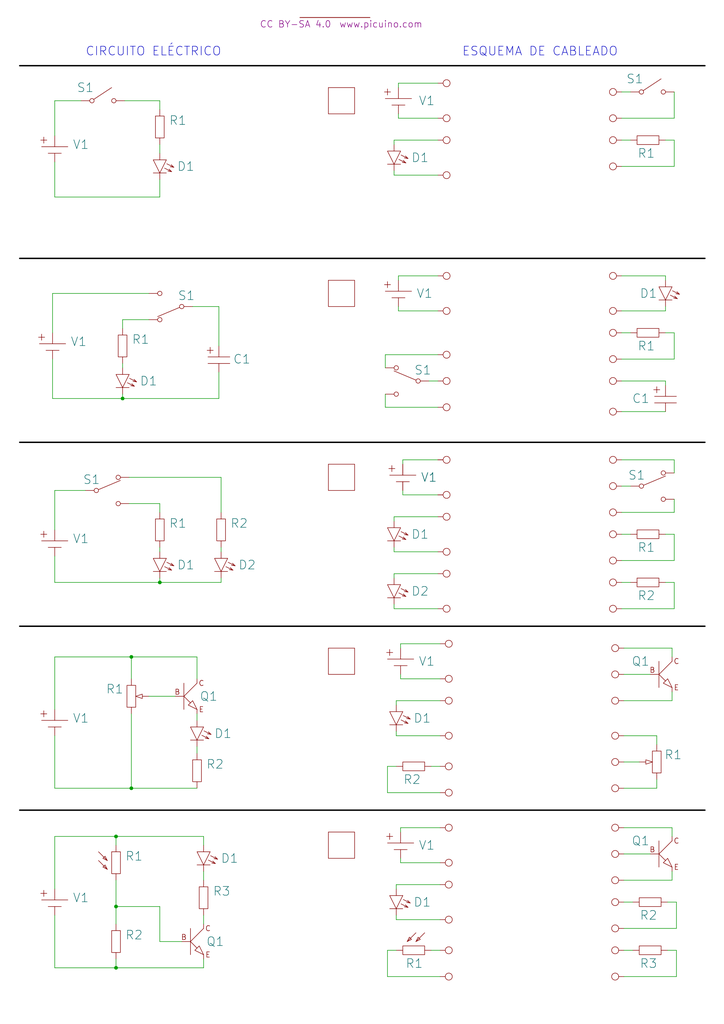
<source format=kicad_sch>
(kicad_sch (version 20211123) (generator eeschema)
  (paper "A4" portrait)
  (title_block (title "Cableado eléctrico") (date "19/10/2018") (company "www.picuino.com") (comment 1 "Copyright (c) 2018 by Carlos Pardo") (comment 2 "License CC BY-SA 4.0"))
  (lib_symbols
    (symbol "electric-cableado-rescue:CopyRight-simbolos" (pin_names (offset 1.016))
      (property "License" "CC BY-SA 4.0" (at -1.27 -1.27 0))
      (property "Web" "www.picuino.com" (at 0 -1.27 0))
      (symbol "CopyRight-simbolos_0_1"
        (polyline (pts (xy -10.16 0) (xy 10.16 0)) (stroke (width 0.2032)))
      )
    )
    (symbol "electric-cableado-rescue:LDR-simbolos" (pin_names (offset 1.016))
      (property "Reference" "R" (at 1.905 -5.08 0))
      (symbol "LDR-simbolos_0_1"
        (rectangle (start -1.27 -1.905) (end 1.27 -8.255))
        (polyline (pts (xy -2.54 -6.985) (xy -5.08 -4.445)))
        (polyline (pts (xy -2.54 -4.445) (xy -5.08 -1.905)))
        (polyline (pts (xy -2.54 -6.985) (xy -3.175 -5.715) (xy -3.81 -6.35) (xy -2.54 -6.985)))
        (polyline (pts (xy -2.54 -4.445) (xy -3.175 -3.175) (xy -3.81 -3.81) (xy -2.54 -4.445)))
      )
      (symbol "LDR-simbolos_1_1"
        (pin input line (at 0 -10.16 90) (length 1.905) (name "") (number ""))
        (pin input line (at 0 0 270) (length 1.905) (name "") (number ""))
      )
    )
    (symbol "electric-cableado-rescue:NPN-simbolos" (pin_names (offset 1.016))
      (property "Reference" "Q" (at 6.985 -5.08 0))
      (symbol "NPN-simbolos_0_0"
        (polyline (pts (xy 4.445 -6.985) (xy 2.54 -5.08)))
        (polyline (pts (xy 6.35 -8.89) (xy 5.08 -6.35) (xy 3.81 -7.62) (xy 6.35 -8.89)))
        (text "B" (at 0.635 -3.81 0) (effects (font (size 1.524 1.524))))
        (text "C" (at 7.62 -1.27 0) (effects (font (size 1.524 1.524))))
        (text "E" (at 7.62 -8.89 0) (effects (font (size 1.524 1.524))))
      )
      (symbol "NPN-simbolos_0_1"
        (polyline (pts (xy 2.54 -5.08) (xy 6.35 -1.27)))
        (polyline (pts (xy 2.54 -1.27) (xy 2.54 -8.89)))
      )
      (symbol "NPN-simbolos_1_1"
        (pin input line (at 0 -5.08 0) (length 2.54) (name "") (number ""))
        (pin input line (at 6.35 -10.16 90) (length 1.27) (name "") (number ""))
        (pin input line (at 6.35 0 270) (length 1.27) (name "") (number ""))
      )
    )
    (symbol "electric-cableado-rescue:Pila-simbolos" (pin_names (offset 1.016))
      (property "Reference" "V" (at 5.08 -4.445 0))
      (symbol "Pila-simbolos_0_1"
        (polyline (pts (xy -4.064 -1.27) (xy -2.286 -1.27)))
        (polyline (pts (xy -3.81 -3.175) (xy 3.81 -3.175)))
        (polyline (pts (xy -3.175 -0.381) (xy -3.175 -2.159)))
        (polyline (pts (xy -1.905 -5.08) (xy 1.905 -5.08)))
      )
      (symbol "Pila-simbolos_1_1"
        (pin input line (at 0 -7.62 90) (length 2.54) (name "") (number ""))
        (pin input line (at 0 0 270) (length 3.175) (name "") (number ""))
      )
    )
    (symbol "electric-cableado-rescue:condensador_pol-simbolos" (pin_names (offset 1.016))
      (property "Reference" "C" (at 3.81 -4.445 0))
      (symbol "condensador_pol-simbolos_0_1"
        (polyline (pts (xy -3.175 -3.175) (xy 3.175 -3.175)))
        (polyline (pts (xy -2.54 -0.381) (xy -2.54 -2.159)))
        (polyline (pts (xy -1.651 -1.27) (xy -3.429 -1.27)))
        (polyline (pts (xy 3.175 -5.08) (xy -3.175 -5.08)))
      )
      (symbol "condensador_pol-simbolos_1_1"
        (pin input line (at 0 -7.62 90) (length 2.54) (name "") (number ""))
        (pin input line (at 0 0 270) (length 3.175) (name "") (number ""))
      )
    )
    (symbol "electric-cableado-rescue:conector-simbolos" (pin_names (offset 1.016))
      (symbol "conector-simbolos_0_1"
        (circle (center 2.54 0) (radius 1.016))
      )
      (symbol "conector-simbolos_1_1"
        (pin input line (at 0 0 0) (length 1.524) (name "") (number ""))
      )
    )
    (symbol "electric-cableado-rescue:diodo_led-simbolos" (pin_names (offset 1.016))
      (property "Reference" "D" (at 5.08 -3.81 0))
      (symbol "diodo_led-simbolos_0_1"
        (polyline (pts (xy 1.397 -4.318) (xy 3.429 -5.334)))
        (polyline (pts (xy 1.905 -5.715) (xy -1.905 -5.715)))
        (polyline (pts (xy 2.032 -3.048) (xy 4.064 -4.064)))
        (polyline (pts (xy 3.429 -5.334) (xy 2.3622 -5.1816)))
        (polyline (pts (xy 3.429 -5.334) (xy 2.667 -4.572)))
        (polyline (pts (xy 4.064 -4.064) (xy 2.9972 -3.9116)))
        (polyline (pts (xy 4.064 -4.064) (xy 3.302 -3.302)))
        (polyline (pts (xy 1.905 -1.905) (xy -1.905 -1.905) (xy 0 -5.715) (xy 1.905 -1.905)))
      )
      (symbol "diodo_led-simbolos_1_1"
        (pin input line (at 0 -7.62 90) (length 1.905) (name "") (number ""))
        (pin input line (at 0 0 270) (length 1.905) (name "") (number ""))
      )
    )
    (symbol "electric-cableado-rescue:numero-simbolos" (pin_names (offset 1.016))
      (property "Value" "numero-simbolos" (at 0 0 0))
      (symbol "numero-simbolos_0_1"
        (rectangle (start -3.81 3.81) (end 3.81 -3.81))
      )
    )
    (symbol "electric-cableado-rescue:potenciometro-simbolos" (pin_names (offset 1.016))
      (property "Reference" "R" (at 1.905 -1.905 0))
      (symbol "potenciometro-simbolos_0_1"
        (rectangle (start -1.27 -1.905) (end 1.27 -8.255))
        (polyline (pts (xy 1.27 -5.08) (xy 3.175 -4.445) (xy 3.175 -5.715) (xy 1.27 -5.08)))
      )
      (symbol "potenciometro-simbolos_1_1"
        (pin input line (at 0 -10.16 90) (length 1.905) (name "") (number ""))
        (pin input line (at 0 0 270) (length 1.905) (name "") (number ""))
        (pin input line (at 5.08 -5.08 180) (length 1.905) (name "") (number ""))
      )
    )
    (symbol "electric-cableado-rescue:resistencia-simbolos" (pin_names (offset 1.016))
      (property "Reference" "R" (at 1.905 -5.08 0))
      (symbol "resistencia-simbolos_0_1"
        (rectangle (start -1.27 -1.905) (end 1.27 -8.255))
      )
      (symbol "resistencia-simbolos_1_1"
        (pin input line (at 0 -10.16 90) (length 1.905) (name "") (number ""))
        (pin input line (at 0 0 270) (length 1.905) (name "") (number ""))
      )
    )
    (symbol "electric-cableado-rescue:selector-simbolos" (pin_names (offset 1.016))
      (property "Reference" "S" (at 4.445 3.175 0))
      (symbol "selector-simbolos_0_0"
        (circle (center 3.175 0) (radius 0.635))
        (circle (center 9.525 -3.81) (radius 0.635))
        (circle (center 9.525 3.81) (radius 0.635))
      )
      (symbol "selector-simbolos_0_1"
        (polyline (pts (xy 10.16 2.921) (xy 3.81 0.254)))
      )
      (symbol "selector-simbolos_1_1"
        (pin input line (at 0 0 0) (length 2.54) (name "") (number ""))
        (pin input line (at 12.7 -3.81 180) (length 2.54) (name "") (number ""))
        (pin input line (at 12.7 3.81 180) (length 2.54) (name "") (number ""))
      )
    )
    (symbol "electric-cableado-rescue:switch-simbolos" (pin_names (offset 1.016))
      (property "Reference" "S" (at 4.445 3.175 0))
      (symbol "switch-simbolos_0_0"
        (polyline (pts (xy 8.89 3.81) (xy 3.683 0.381)))
        (circle (center 3.175 0) (radius 0.635))
        (circle (center 9.525 0) (radius 0.635))
      )
      (symbol "switch-simbolos_1_1"
        (pin input line (at 0 0 0) (length 2.54) (name "") (number ""))
        (pin input line (at 12.7 0 180) (length 2.54) (name "") (number ""))
      )
    )
  )
  (junction (at 35.56 115.57))
  (junction (at 38.1 228.6))
  (junction (at 38.1 190.5))
  (junction (at 46.355 168.91))
  (junction (at 33.655 280.67))
  (junction (at 33.655 262.89))
  (junction (at 33.655 242.57))
  (wire (pts (xy 125.095 275.59) (xy 127.635 275.59)))
  (wire (pts (xy 59.055 252.73) (xy 59.055 255.27)))
  (wire (pts (xy 116.84 143.51) (xy 116.84 142.24)))
  (wire (pts (xy 33.655 262.89) (xy 46.355 262.89)))
  (wire (pts (xy 114.3 40.64) (xy 127 40.64)))
  (polyline (pts (xy 5.715 128.27) (xy 204.47 128.27)) (stroke (width 0.4064) (type solid) (color 0 0 0 1)))
  (wire (pts (xy 114.3 50.8) (xy 114.3 49.53)))
  (wire (pts (xy 46.355 262.89) (xy 46.355 273.05)))
  (wire (pts (xy 114.935 213.36) (xy 114.935 212.09)))
  (wire (pts (xy 195.58 154.94) (xy 195.58 162.56)))
  (wire (pts (xy 180.975 261.62) (xy 183.515 261.62)))
  (wire (pts (xy 15.875 213.36) (xy 15.875 228.6)))
  (wire (pts (xy 64.135 168.91) (xy 64.135 167.64)))
  (wire (pts (xy 116.84 143.51) (xy 127 143.51)))
  (wire (pts (xy 63.5 88.9) (xy 55.88 88.9)))
  (wire (pts (xy 127 118.11) (xy 111.76 118.11)))
  (wire (pts (xy 15.875 280.67) (xy 33.655 280.67)))
  (wire (pts (xy 193.675 275.59) (xy 196.215 275.59)))
  (wire (pts (xy 193.04 111.76) (xy 193.04 110.49)))
  (wire (pts (xy 195.58 133.35) (xy 180.34 133.35)))
  (wire (pts (xy 63.5 115.57) (xy 63.5 107.95)))
  (wire (pts (xy 114.3 50.8) (xy 127 50.8)))
  (wire (pts (xy 112.395 275.59) (xy 112.395 283.21)))
  (wire (pts (xy 114.3 160.02) (xy 127 160.02)))
  (wire (pts (xy 33.655 262.89) (xy 33.655 267.97)))
  (wire (pts (xy 180.975 195.58) (xy 188.595 195.58)))
  (wire (pts (xy 15.875 190.5) (xy 15.875 205.74)))
  (wire (pts (xy 15.875 265.43) (xy 15.875 280.67)))
  (wire (pts (xy 114.3 160.02) (xy 114.3 158.75)))
  (wire (pts (xy 180.975 240.03) (xy 194.945 240.03)))
  (wire (pts (xy 190.5 213.36) (xy 190.5 215.9)))
  (wire (pts (xy 180.34 162.56) (xy 195.58 162.56)))
  (wire (pts (xy 15.875 242.57) (xy 33.655 242.57)))
  (wire (pts (xy 180.34 148.59) (xy 195.58 148.59)))
  (wire (pts (xy 24.765 142.24) (xy 15.875 142.24)))
  (wire (pts (xy 180.975 269.24) (xy 196.215 269.24)))
  (wire (pts (xy 59.055 242.57) (xy 59.055 245.11)))
  (wire (pts (xy 112.395 283.21) (xy 127.635 283.21)))
  (wire (pts (xy 180.975 283.21) (xy 196.215 283.21)))
  (wire (pts (xy 193.04 96.52) (xy 195.58 96.52)))
  (wire (pts (xy 114.3 175.26) (xy 114.3 176.53)))
  (wire (pts (xy 194.945 190.5) (xy 194.945 187.96)))
  (wire (pts (xy 15.24 115.57) (xy 35.56 115.57)))
  (wire (pts (xy 116.205 186.69) (xy 127.635 186.69)))
  (wire (pts (xy 115.57 80.01) (xy 127 80.01)))
  (wire (pts (xy 46.355 146.05) (xy 37.465 146.05)))
  (wire (pts (xy 63.5 88.9) (xy 63.5 100.33)))
  (wire (pts (xy 193.04 154.94) (xy 195.58 154.94)))
  (wire (pts (xy 180.975 213.36) (xy 190.5 213.36)))
  (wire (pts (xy 114.3 149.86) (xy 114.3 151.13)))
  (wire (pts (xy 193.04 40.64) (xy 195.58 40.64)))
  (wire (pts (xy 36.195 29.21) (xy 46.355 29.21)))
  (wire (pts (xy 112.395 229.87) (xy 127.635 229.87)))
  (wire (pts (xy 38.1 207.01) (xy 38.1 228.6)))
  (wire (pts (xy 33.655 242.57) (xy 59.055 242.57)))
  (wire (pts (xy 115.57 81.28) (xy 115.57 80.01)))
  (wire (pts (xy 193.04 90.17) (xy 193.04 88.9)))
  (wire (pts (xy 193.04 80.01) (xy 180.34 80.01)))
  (wire (pts (xy 193.675 261.62) (xy 196.215 261.62)))
  (wire (pts (xy 15.875 29.21) (xy 23.495 29.21)))
  (wire (pts (xy 180.975 203.2) (xy 194.945 203.2)))
  (wire (pts (xy 114.935 256.54) (xy 127.635 256.54)))
  (wire (pts (xy 185.42 220.98) (xy 180.975 220.98)))
  (wire (pts (xy 116.205 196.85) (xy 127.635 196.85)))
  (wire (pts (xy 180.975 228.6) (xy 190.5 228.6)))
  (wire (pts (xy 195.58 168.91) (xy 195.58 176.53)))
  (wire (pts (xy 194.945 252.73) (xy 194.945 255.27)))
  (wire (pts (xy 180.34 34.29) (xy 195.58 34.29)))
  (wire (pts (xy 52.705 273.05) (xy 46.355 273.05)))
  (wire (pts (xy 115.57 90.17) (xy 115.57 88.9)))
  (wire (pts (xy 180.34 154.94) (xy 182.88 154.94)))
  (wire (pts (xy 46.355 160.02) (xy 46.355 158.75)))
  (wire (pts (xy 190.5 226.06) (xy 190.5 228.6)))
  (wire (pts (xy 180.975 275.59) (xy 183.515 275.59)))
  (polyline (pts (xy 5.715 19.05) (xy 204.47 19.05)) (stroke (width 0.4064) (type solid) (color 0 0 0 1)))
  (wire (pts (xy 180.34 96.52) (xy 182.88 96.52)))
  (wire (pts (xy 35.56 92.71) (xy 35.56 95.25)))
  (wire (pts (xy 15.24 85.09) (xy 15.24 96.52)))
  (wire (pts (xy 59.055 278.13) (xy 59.055 280.67)))
  (wire (pts (xy 180.34 119.38) (xy 193.04 119.38)))
  (wire (pts (xy 114.3 176.53) (xy 127 176.53)))
  (wire (pts (xy 180.975 255.27) (xy 194.945 255.27)))
  (wire (pts (xy 115.57 25.4) (xy 115.57 24.13)))
  (wire (pts (xy 59.055 265.43) (xy 59.055 267.97)))
  (wire (pts (xy 35.56 106.68) (xy 35.56 105.41)))
  (wire (pts (xy 33.655 280.67) (xy 59.055 280.67)))
  (wire (pts (xy 116.205 240.03) (xy 127.635 240.03)))
  (wire (pts (xy 116.205 250.19) (xy 127.635 250.19)))
  (wire (pts (xy 43.18 92.71) (xy 35.56 92.71)))
  (wire (pts (xy 33.655 245.11) (xy 33.655 242.57)))
  (polyline (pts (xy 5.715 234.95) (xy 204.47 234.95)) (stroke (width 0.4064) (type solid) (color 0 0 0 1)))
  (wire (pts (xy 35.56 114.3) (xy 35.56 115.57)))
  (wire (pts (xy 15.875 46.99) (xy 15.875 57.15)))
  (wire (pts (xy 116.84 133.35) (xy 127 133.35)))
  (wire (pts (xy 180.34 168.91) (xy 182.88 168.91)))
  (wire (pts (xy 180.34 176.53) (xy 195.58 176.53)))
  (wire (pts (xy 116.84 134.62) (xy 116.84 133.35)))
  (wire (pts (xy 116.205 186.69) (xy 116.205 187.96)))
  (wire (pts (xy 115.57 34.29) (xy 115.57 33.02)))
  (wire (pts (xy 46.355 29.21) (xy 46.355 31.75)))
  (wire (pts (xy 114.935 204.47) (xy 114.935 203.2)))
  (wire (pts (xy 38.1 228.6) (xy 57.15 228.6)))
  (wire (pts (xy 195.58 40.64) (xy 195.58 48.26)))
  (wire (pts (xy 46.355 168.91) (xy 64.135 168.91)))
  (wire (pts (xy 124.46 110.49) (xy 127 110.49)))
  (wire (pts (xy 180.34 110.49) (xy 193.04 110.49)))
  (wire (pts (xy 114.3 149.86) (xy 127 149.86)))
  (wire (pts (xy 15.875 142.24) (xy 15.875 153.67)))
  (polyline (pts (xy 5.715 181.61) (xy 204.47 181.61)) (stroke (width 0.4064) (type solid) (color 0 0 0 1)))
  (wire (pts (xy 114.3 166.37) (xy 127 166.37)))
  (wire (pts (xy 114.935 266.7) (xy 114.935 265.43)))
  (wire (pts (xy 112.395 222.25) (xy 112.395 229.87)))
  (wire (pts (xy 180.975 187.96) (xy 194.945 187.96)))
  (wire (pts (xy 35.56 115.57) (xy 63.5 115.57)))
  (wire (pts (xy 193.04 168.91) (xy 195.58 168.91)))
  (wire (pts (xy 180.34 48.26) (xy 195.58 48.26)))
  (wire (pts (xy 46.355 146.05) (xy 46.355 148.59)))
  (wire (pts (xy 15.875 168.91) (xy 46.355 168.91)))
  (wire (pts (xy 38.1 196.85) (xy 38.1 190.5)))
  (wire (pts (xy 46.355 168.91) (xy 46.355 167.64)))
  (wire (pts (xy 33.655 278.13) (xy 33.655 280.67)))
  (wire (pts (xy 57.15 216.535) (xy 57.15 218.44)))
  (wire (pts (xy 114.935 203.2) (xy 127.635 203.2)))
  (wire (pts (xy 196.215 275.59) (xy 196.215 283.21)))
  (wire (pts (xy 43.18 85.09) (xy 15.24 85.09)))
  (wire (pts (xy 114.935 266.7) (xy 127.635 266.7)))
  (wire (pts (xy 57.15 190.5) (xy 57.15 196.85)))
  (wire (pts (xy 114.3 167.64) (xy 114.3 166.37)))
  (wire (pts (xy 111.76 106.68) (xy 111.76 102.87)))
  (wire (pts (xy 194.945 242.57) (xy 194.945 240.03)))
  (wire (pts (xy 193.04 80.01) (xy 193.04 81.28)))
  (wire (pts (xy 114.935 222.25) (xy 112.395 222.25)))
  (wire (pts (xy 15.875 161.29) (xy 15.875 168.91)))
  (wire (pts (xy 116.205 196.85) (xy 116.205 195.58)))
  (wire (pts (xy 125.095 222.25) (xy 127.635 222.25)))
  (wire (pts (xy 114.935 257.81) (xy 114.935 256.54)))
  (wire (pts (xy 114.935 275.59) (xy 112.395 275.59)))
  (wire (pts (xy 15.24 104.14) (xy 15.24 115.57)))
  (wire (pts (xy 38.1 190.5) (xy 15.875 190.5)))
  (wire (pts (xy 15.875 257.81) (xy 15.875 242.57)))
  (wire (pts (xy 15.875 29.21) (xy 15.875 39.37)))
  (wire (pts (xy 115.57 24.13) (xy 127 24.13)))
  (wire (pts (xy 195.58 26.67) (xy 195.58 34.29)))
  (wire (pts (xy 46.355 41.91) (xy 46.355 44.45)))
  (wire (pts (xy 116.205 240.03) (xy 116.205 241.3)))
  (wire (pts (xy 114.935 213.36) (xy 127.635 213.36)))
  (wire (pts (xy 46.355 57.15) (xy 15.875 57.15)))
  (wire (pts (xy 64.135 138.43) (xy 64.135 148.59)))
  (polyline (pts (xy 5.715 74.93) (xy 204.47 74.93)) (stroke (width 0.4064) (type solid) (color 0 0 0 1)))
  (wire (pts (xy 116.205 250.19) (xy 116.205 248.92)))
  (wire (pts (xy 182.88 140.97) (xy 180.34 140.97)))
  (wire (pts (xy 57.15 208.915) (xy 57.15 207.01)))
  (wire (pts (xy 193.04 90.17) (xy 180.34 90.17)))
  (wire (pts (xy 64.135 160.02) (xy 64.135 158.75)))
  (wire (pts (xy 37.465 138.43) (xy 64.135 138.43)))
  (wire (pts (xy 180.975 247.65) (xy 188.595 247.65)))
  (wire (pts (xy 194.945 200.66) (xy 194.945 203.2)))
  (wire (pts (xy 111.76 102.87) (xy 127 102.87)))
  (wire (pts (xy 50.8 201.93) (xy 43.18 201.93)))
  (wire (pts (xy 111.76 118.11) (xy 111.76 114.3)))
  (wire (pts (xy 195.58 137.16) (xy 195.58 133.35)))
  (wire (pts (xy 114.3 40.64) (xy 114.3 41.91)))
  (wire (pts (xy 33.655 255.27) (xy 33.655 262.89)))
  (wire (pts (xy 195.58 148.59) (xy 195.58 144.78)))
  (wire (pts (xy 180.34 104.14) (xy 195.58 104.14)))
  (wire (pts (xy 15.875 228.6) (xy 38.1 228.6)))
  (wire (pts (xy 182.88 26.67) (xy 180.34 26.67)))
  (wire (pts (xy 46.355 52.07) (xy 46.355 57.15)))
  (wire (pts (xy 196.215 261.62) (xy 196.215 269.24)))
  (wire (pts (xy 38.1 190.5) (xy 57.15 190.5)))
  (wire (pts (xy 180.34 40.64) (xy 182.88 40.64)))
  (wire (pts (xy 115.57 34.29) (xy 127 34.29)))
  (wire (pts (xy 195.58 96.52) (xy 195.58 104.14)))
  (wire (pts (xy 115.57 90.17) (xy 127 90.17)))
  (text "CIRCUITO ELÉCTRICO" (at 24.765 16.51 0) (effects (font (size 2.54 2.54)) (justify left bottom)))
  (text "ESQUEMA DE CABLEADO" (at 133.985 16.51 0) (effects (font (size 2.54 2.54)) (justify left bottom)))
  (symbol (lib_id "electric-cableado-rescue:switch-simbolos") (at 23.495 29.21 0) (unit 1)
    (property "Reference" "S1" (at 24.765 25.4 0) (effects (font (size 2.54 2.54))))
  )
  (symbol (lib_id "electric-cableado-rescue:switch-simbolos") (at 182.88 26.67 0) (unit 1)
    (property "Reference" "S1" (at 184.15 22.86 0) (effects (font (size 2.54 2.54))))
  )
  (symbol (lib_id "electric-cableado-rescue:resistencia-simbolos") (at 193.04 40.64 270) (unit 1)
    (property "Reference" "R1" (at 184.785 44.45 90) (effects (font (size 2.54 2.54)) (justify left)))
  )
  (symbol (lib_id "electric-cableado-rescue:Pila-simbolos") (at 115.57 25.4 0) (unit 1)
    (property "Reference" "V1" (at 121.285 29.21 0) (effects (font (size 2.54 2.54)) (justify left)))
  )
  (symbol (lib_id "electric-cableado-rescue:numero-simbolos") (at 99.06 29.21 0) (unit 1)
    (property "Reference" "N?" (effects hide))
  )
  (symbol (lib_id "electric-cableado-rescue:diodo_led-simbolos") (at 46.355 44.45 0) (unit 1)
    (property "Reference" "D1" (at 51.2064 48.26 0) (effects (font (size 2.54 2.54)) (justify left)))
  )
  (symbol (lib_id "electric-cableado-rescue:diodo_led-simbolos") (at 114.3 41.91 0) (unit 1)
    (property "Reference" "D1" (at 119.1514 45.72 0) (effects (font (size 2.54 2.54)) (justify left)))
  )
  (symbol (lib_id "electric-cableado-rescue:conector-simbolos") (at 127 24.13 0) (unit 1)
    (property "Reference" "o?" (effects hide))
  )
  (symbol (lib_id "electric-cableado-rescue:conector-simbolos") (at 127 34.29 0) (unit 1)
    (property "Reference" "o?" (effects hide))
  )
  (symbol (lib_id "electric-cableado-rescue:conector-simbolos") (at 127 40.64 0) (unit 1)
    (property "Reference" "o?" (effects hide))
  )
  (symbol (lib_id "electric-cableado-rescue:conector-simbolos") (at 127 50.8 0) (unit 1)
    (property "Reference" "o?" (effects hide))
  )
  (symbol (lib_id "electric-cableado-rescue:conector-simbolos") (at 180.34 26.67 180) (unit 1)
    (property "Reference" "o?" (effects hide))
  )
  (symbol (lib_id "electric-cableado-rescue:conector-simbolos") (at 180.34 34.29 180) (unit 1)
    (property "Reference" "o?" (effects hide))
  )
  (symbol (lib_id "electric-cableado-rescue:conector-simbolos") (at 180.34 40.64 180) (unit 1)
    (property "Reference" "o?" (effects hide))
  )
  (symbol (lib_id "electric-cableado-rescue:conector-simbolos") (at 180.34 48.26 180) (unit 1)
    (property "Reference" "o?" (effects hide))
  )
  (symbol (lib_id "electric-cableado-rescue:potenciometro-simbolos") (at 38.1 196.85 0) (unit 1)
    (property "Reference" "R1" (at 35.9918 199.8218 0) (effects (font (size 2.54 2.54)) (justify right)))
  )
  (symbol (lib_id "electric-cableado-rescue:NPN-simbolos") (at 50.8 196.85 0) (unit 1)
    (property "Reference" "Q1" (at 57.785 201.93 0) (effects (font (size 2.54 2.54)) (justify left)))
  )
  (symbol (lib_id "electric-cableado-rescue:resistencia-simbolos") (at 57.15 218.44 0) (unit 1)
    (property "Reference" "R2" (at 59.69 221.615 0) (effects (font (size 2.54 2.54)) (justify left)))
  )
  (symbol (lib_id "electric-cableado-rescue:diodo_led-simbolos") (at 57.15 208.915 0) (unit 1)
    (property "Reference" "D1" (at 62.0014 212.725 0) (effects (font (size 2.54 2.54)) (justify left)))
  )
  (symbol (lib_id "electric-cableado-rescue:Pila-simbolos") (at 15.875 205.74 0) (unit 1)
    (property "Reference" "V1" (at 20.955 208.28 0) (effects (font (size 2.54 2.54)) (justify left)))
  )
  (symbol (lib_id "electric-cableado-rescue:Pila-simbolos") (at 15.875 153.67 0) (unit 1)
    (property "Reference" "V1" (at 20.955 156.21 0) (effects (font (size 2.54 2.54)) (justify left)))
  )
  (symbol (lib_id "electric-cableado-rescue:Pila-simbolos") (at 15.24 96.52 0) (unit 1)
    (property "Reference" "V1" (at 20.32 99.06 0) (effects (font (size 2.54 2.54)) (justify left)))
  )
  (symbol (lib_id "electric-cableado-rescue:Pila-simbolos") (at 15.875 39.37 0) (unit 1)
    (property "Reference" "V1" (at 20.955 41.91 0) (effects (font (size 2.54 2.54)) (justify left)))
  )
  (symbol (lib_id "electric-cableado-rescue:NPN-simbolos") (at 188.595 190.5 0) (unit 1)
    (property "Reference" "Q1" (at 188.595 191.77 0) (effects (font (size 2.54 2.54)) (justify right)))
  )
  (symbol (lib_id "electric-cableado-rescue:Pila-simbolos") (at 116.205 187.96 0) (unit 1)
    (property "Reference" "V1" (at 121.285 191.77 0) (effects (font (size 2.54 2.54)) (justify left)))
  )
  (symbol (lib_id "electric-cableado-rescue:numero-simbolos") (at 99.06 191.77 0) (unit 1)
    (property "Reference" "N?" (effects hide))
  )
  (symbol (lib_id "electric-cableado-rescue:diodo_led-simbolos") (at 114.935 204.47 0) (unit 1)
    (property "Reference" "D1" (at 119.7864 208.28 0) (effects (font (size 2.54 2.54)) (justify left)))
  )
  (symbol (lib_id "electric-cableado-rescue:conector-simbolos") (at 127.635 186.69 0) (unit 1)
    (property "Reference" "o?" (effects hide))
  )
  (symbol (lib_id "electric-cableado-rescue:conector-simbolos") (at 127.635 196.85 0) (unit 1)
    (property "Reference" "o?" (effects hide))
  )
  (symbol (lib_id "electric-cableado-rescue:conector-simbolos") (at 127.635 203.2 0) (unit 1)
    (property "Reference" "o?" (effects hide))
  )
  (symbol (lib_id "electric-cableado-rescue:conector-simbolos") (at 127.635 213.36 0) (unit 1)
    (property "Reference" "o?" (effects hide))
  )
  (symbol (lib_id "electric-cableado-rescue:conector-simbolos") (at 127.635 222.25 0) (mirror x) (unit 1)
    (property "Reference" "o?" (effects hide))
  )
  (symbol (lib_id "electric-cableado-rescue:conector-simbolos") (at 127.635 229.87 0) (mirror x) (unit 1)
    (property "Reference" "o?" (effects hide))
  )
  (symbol (lib_id "electric-cableado-rescue:conector-simbolos") (at 180.975 187.96 180) (unit 1)
    (property "Reference" "o?" (effects hide))
  )
  (symbol (lib_id "electric-cableado-rescue:conector-simbolos") (at 180.975 195.58 180) (unit 1)
    (property "Reference" "o?" (effects hide))
  )
  (symbol (lib_id "electric-cableado-rescue:conector-simbolos") (at 180.975 203.2 180) (unit 1)
    (property "Reference" "o?" (effects hide))
  )
  (symbol (lib_id "electric-cableado-rescue:conector-simbolos") (at 180.975 213.36 180) (unit 1)
    (property "Reference" "o?" (effects hide))
  )
  (symbol (lib_id "electric-cableado-rescue:conector-simbolos") (at 180.975 220.98 180) (unit 1)
    (property "Reference" "o?" (effects hide))
  )
  (symbol (lib_id "electric-cableado-rescue:conector-simbolos") (at 180.975 228.6 180) (unit 1)
    (property "Reference" "o?" (effects hide))
  )
  (symbol (lib_id "electric-cableado-rescue:resistencia-simbolos") (at 125.095 222.25 270) (unit 1)
    (property "Reference" "R2" (at 116.84 226.06 90) (effects (font (size 2.54 2.54)) (justify left)))
  )
  (symbol (lib_id "electric-cableado-rescue:potenciometro-simbolos") (at 190.5 215.9 0) (mirror y) (unit 1)
    (property "Reference" "R1" (at 192.5828 218.8718 0) (effects (font (size 2.54 2.54)) (justify right)))
  )
  (symbol (lib_id "electric-cableado-rescue:CopyRight-simbolos") (at 97.155 5.08 0) (unit 1)
    (property "Reference" "CP?" (effects hide))
    (property "License" "CC BY-SA 4.0" (at 85.725 6.985 0) (effects (font (size 1.905 1.905))))
    (property "Web" "www.picuino.com" (at 110.49 6.985 0) (effects (font (size 1.905 1.905))))
  )
  (symbol (lib_id "electric-cableado-rescue:resistencia-simbolos") (at 193.04 168.91 270) (unit 1)
    (property "Reference" "R2" (at 184.785 172.72 90) (effects (font (size 2.54 2.54)) (justify left)))
  )
  (symbol (lib_id "electric-cableado-rescue:resistencia-simbolos") (at 193.04 154.94 270) (unit 1)
    (property "Reference" "R1" (at 184.785 158.75 90) (effects (font (size 2.54 2.54)) (justify left)))
  )
  (symbol (lib_id "electric-cableado-rescue:resistencia-simbolos") (at 59.055 255.27 0) (unit 1)
    (property "Reference" "R3" (at 61.595 258.445 0) (effects (font (size 2.54 2.54)) (justify left)))
  )
  (symbol (lib_id "electric-cableado-rescue:NPN-simbolos") (at 52.705 267.97 0) (unit 1)
    (property "Reference" "Q1" (at 59.69 273.05 0) (effects (font (size 2.54 2.54)) (justify left)))
  )
  (symbol (lib_id "electric-cableado-rescue:LDR-simbolos") (at 33.655 245.11 0) (unit 1)
    (property "Reference" "R1" (at 36.195 248.285 0) (effects (font (size 2.54 2.54)) (justify left)))
  )
  (symbol (lib_id "electric-cableado-rescue:resistencia-simbolos") (at 193.675 275.59 270) (unit 1)
    (property "Reference" "R3" (at 185.42 279.4 90) (effects (font (size 2.54 2.54)) (justify left)))
  )
  (symbol (lib_id "electric-cableado-rescue:NPN-simbolos") (at 188.595 242.57 0) (unit 1)
    (property "Reference" "Q1" (at 188.595 243.84 0) (effects (font (size 2.54 2.54)) (justify right)))
  )
  (symbol (lib_id "electric-cableado-rescue:resistencia-simbolos") (at 193.675 261.62 270) (unit 1)
    (property "Reference" "R2" (at 185.42 265.43 90) (effects (font (size 2.54 2.54)) (justify left)))
  )
  (symbol (lib_id "electric-cableado-rescue:LDR-simbolos") (at 125.095 275.59 270) (unit 1)
    (property "Reference" "R1" (at 117.475 279.4 90) (effects (font (size 2.54 2.54)) (justify left)))
  )
  (symbol (lib_id "electric-cableado-rescue:selector-simbolos") (at 24.765 142.24 0) (unit 1)
    (property "Reference" "S1" (at 29.21 139.065 0) (effects (font (size 2.54 2.54)) (justify right)))
  )
  (symbol (lib_id "electric-cableado-rescue:selector-simbolos") (at 182.88 140.97 0) (unit 1)
    (property "Reference" "S1" (at 187.325 137.795 0) (effects (font (size 2.54 2.54)) (justify right)))
  )
  (symbol (lib_id "electric-cableado-rescue:Pila-simbolos") (at 116.84 134.62 0) (unit 1)
    (property "Reference" "V1" (at 121.92 138.43 0) (effects (font (size 2.54 2.54)) (justify left)))
  )
  (symbol (lib_id "electric-cableado-rescue:Pila-simbolos") (at 116.205 241.3 0) (unit 1)
    (property "Reference" "V1" (at 121.285 245.11 0) (effects (font (size 2.54 2.54)) (justify left)))
  )
  (symbol (lib_id "electric-cableado-rescue:resistencia-simbolos") (at 33.655 267.97 0) (unit 1)
    (property "Reference" "R2" (at 36.195 271.145 0) (effects (font (size 2.54 2.54)) (justify left)))
  )
  (symbol (lib_id "electric-cableado-rescue:selector-simbolos") (at 55.88 88.9 180) (unit 1)
    (property "Reference" "S1" (at 51.435 85.725 0) (effects (font (size 2.54 2.54)) (justify right)))
  )
  (symbol (lib_id "electric-cableado-rescue:condensador_pol-simbolos") (at 63.5 100.33 0) (unit 1)
    (property "Reference" "C1" (at 67.4624 104.14 0) (effects (font (size 2.54 2.54)) (justify left)))
  )
  (symbol (lib_id "electric-cableado-rescue:resistencia-simbolos") (at 193.04 96.52 270) (unit 1)
    (property "Reference" "R1" (at 184.785 100.33 90) (effects (font (size 2.54 2.54)) (justify left)))
  )
  (symbol (lib_id "electric-cableado-rescue:selector-simbolos") (at 124.46 110.49 0) (mirror y) (unit 1)
    (property "Reference" "S1" (at 120.015 107.315 0) (effects (font (size 2.54 2.54)) (justify right)))
  )
  (symbol (lib_id "electric-cableado-rescue:Pila-simbolos") (at 115.57 81.28 0) (unit 1)
    (property "Reference" "V1" (at 120.65 85.09 0) (effects (font (size 2.54 2.54)) (justify left)))
  )
  (symbol (lib_id "electric-cableado-rescue:condensador_pol-simbolos") (at 193.04 111.76 0) (unit 1)
    (property "Reference" "C1" (at 188.595 115.57 0) (effects (font (size 2.54 2.54)) (justify right)))
  )
  (symbol (lib_id "electric-cableado-rescue:Pila-simbolos") (at 15.875 257.81 0) (unit 1)
    (property "Reference" "V1" (at 20.955 260.35 0) (effects (font (size 2.54 2.54)) (justify left)))
  )
  (symbol (lib_id "electric-cableado-rescue:numero-simbolos") (at 99.06 85.09 0) (unit 1)
    (property "Reference" "N?" (effects hide))
  )
  (symbol (lib_id "electric-cableado-rescue:numero-simbolos") (at 99.06 138.43 0) (unit 1)
    (property "Reference" "N?" (effects hide))
  )
  (symbol (lib_id "electric-cableado-rescue:numero-simbolos") (at 99.06 245.11 0) (unit 1)
    (property "Reference" "N?" (effects hide))
  )
  (symbol (lib_id "electric-cableado-rescue:diodo_led-simbolos") (at 35.56 106.68 0) (unit 1)
    (property "Reference" "D1" (at 40.4114 110.49 0) (effects (font (size 2.54 2.54)) (justify left)))
  )
  (symbol (lib_id "electric-cableado-rescue:diodo_led-simbolos") (at 193.04 81.28 0) (unit 1)
    (property "Reference" "D1" (at 185.42 85.09 0) (effects (font (size 2.54 2.54)) (justify left)))
  )
  (symbol (lib_id "electric-cableado-rescue:diodo_led-simbolos") (at 46.355 160.02 0) (unit 1)
    (property "Reference" "D1" (at 51.2064 163.83 0) (effects (font (size 2.54 2.54)) (justify left)))
  )
  (symbol (lib_id "electric-cableado-rescue:diodo_led-simbolos") (at 64.135 160.02 0) (unit 1)
    (property "Reference" "D2" (at 68.9864 163.83 0) (effects (font (size 2.54 2.54)) (justify left)))
  )
  (symbol (lib_id "electric-cableado-rescue:diodo_led-simbolos") (at 114.3 151.13 0) (unit 1)
    (property "Reference" "D1" (at 119.1514 154.94 0) (effects (font (size 2.54 2.54)) (justify left)))
  )
  (symbol (lib_id "electric-cableado-rescue:diodo_led-simbolos") (at 114.3 167.64 0) (unit 1)
    (property "Reference" "D2" (at 119.1514 171.45 0) (effects (font (size 2.54 2.54)) (justify left)))
  )
  (symbol (lib_id "electric-cableado-rescue:diodo_led-simbolos") (at 59.055 245.11 0) (unit 1)
    (property "Reference" "D1" (at 63.9064 248.92 0) (effects (font (size 2.54 2.54)) (justify left)))
  )
  (symbol (lib_id "electric-cableado-rescue:diodo_led-simbolos") (at 114.935 257.81 0) (unit 1)
    (property "Reference" "D1" (at 119.7864 261.62 0) (effects (font (size 2.54 2.54)) (justify left)))
  )
  (symbol (lib_id "electric-cableado-rescue:conector-simbolos") (at 127 80.01 0) (unit 1)
    (property "Reference" "o?" (effects hide))
  )
  (symbol (lib_id "electric-cableado-rescue:conector-simbolos") (at 127 90.17 0) (unit 1)
    (property "Reference" "o?" (effects hide))
  )
  (symbol (lib_id "electric-cableado-rescue:conector-simbolos") (at 127 102.87 0) (unit 1)
    (property "Reference" "o?" (effects hide))
  )
  (symbol (lib_id "electric-cableado-rescue:conector-simbolos") (at 127 110.49 0) (unit 1)
    (property "Reference" "o?" (effects hide))
  )
  (symbol (lib_id "electric-cableado-rescue:conector-simbolos") (at 127 118.11 0) (mirror x) (unit 1)
    (property "Reference" "o?" (effects hide))
  )
  (symbol (lib_id "electric-cableado-rescue:conector-simbolos") (at 180.34 80.01 180) (unit 1)
    (property "Reference" "o?" (effects hide))
  )
  (symbol (lib_id "electric-cableado-rescue:conector-simbolos") (at 180.34 90.17 180) (unit 1)
    (property "Reference" "o?" (effects hide))
  )
  (symbol (lib_id "electric-cableado-rescue:conector-simbolos") (at 180.34 96.52 180) (unit 1)
    (property "Reference" "o?" (effects hide))
  )
  (symbol (lib_id "electric-cableado-rescue:conector-simbolos") (at 180.34 104.14 180) (unit 1)
    (property "Reference" "o?" (effects hide))
  )
  (symbol (lib_id "electric-cableado-rescue:conector-simbolos") (at 180.34 110.49 180) (unit 1)
    (property "Reference" "o?" (effects hide))
  )
  (symbol (lib_id "electric-cableado-rescue:conector-simbolos") (at 180.34 119.38 180) (unit 1)
    (property "Reference" "o?" (effects hide))
  )
  (symbol (lib_id "electric-cableado-rescue:conector-simbolos") (at 127 133.35 0) (unit 1)
    (property "Reference" "o?" (effects hide))
  )
  (symbol (lib_id "electric-cableado-rescue:conector-simbolos") (at 127 143.51 0) (unit 1)
    (property "Reference" "o?" (effects hide))
  )
  (symbol (lib_id "electric-cableado-rescue:conector-simbolos") (at 127 149.86 0) (unit 1)
    (property "Reference" "o?" (effects hide))
  )
  (symbol (lib_id "electric-cableado-rescue:conector-simbolos") (at 127 160.02 0) (unit 1)
    (property "Reference" "o?" (effects hide))
  )
  (symbol (lib_id "electric-cableado-rescue:conector-simbolos") (at 127 166.37 0) (mirror x) (unit 1)
    (property "Reference" "o?" (effects hide))
  )
  (symbol (lib_id "electric-cableado-rescue:conector-simbolos") (at 127 176.53 0) (mirror x) (unit 1)
    (property "Reference" "o?" (effects hide))
  )
  (symbol (lib_id "electric-cableado-rescue:conector-simbolos") (at 180.34 133.35 180) (unit 1)
    (property "Reference" "o?" (effects hide))
  )
  (symbol (lib_id "electric-cableado-rescue:conector-simbolos") (at 180.34 140.97 180) (unit 1)
    (property "Reference" "o?" (effects hide))
  )
  (symbol (lib_id "electric-cableado-rescue:conector-simbolos") (at 180.34 148.59 180) (unit 1)
    (property "Reference" "o?" (effects hide))
  )
  (symbol (lib_id "electric-cableado-rescue:conector-simbolos") (at 180.34 154.94 180) (unit 1)
    (property "Reference" "o?" (effects hide))
  )
  (symbol (lib_id "electric-cableado-rescue:conector-simbolos") (at 180.34 162.56 180) (unit 1)
    (property "Reference" "o?" (effects hide))
  )
  (symbol (lib_id "electric-cableado-rescue:conector-simbolos") (at 180.34 168.91 180) (unit 1)
    (property "Reference" "o?" (effects hide))
  )
  (symbol (lib_id "electric-cableado-rescue:conector-simbolos") (at 180.34 176.53 180) (unit 1)
    (property "Reference" "o?" (effects hide))
  )
  (symbol (lib_id "electric-cableado-rescue:conector-simbolos") (at 127.635 240.03 0) (unit 1)
    (property "Reference" "o?" (effects hide))
  )
  (symbol (lib_id "electric-cableado-rescue:conector-simbolos") (at 127.635 250.19 0) (unit 1)
    (property "Reference" "o?" (effects hide))
  )
  (symbol (lib_id "electric-cableado-rescue:conector-simbolos") (at 127.635 256.54 0) (unit 1)
    (property "Reference" "o?" (effects hide))
  )
  (symbol (lib_id "electric-cableado-rescue:conector-simbolos") (at 127.635 266.7 0) (unit 1)
    (property "Reference" "o?" (effects hide))
  )
  (symbol (lib_id "electric-cableado-rescue:conector-simbolos") (at 127.635 275.59 0) (mirror x) (unit 1)
    (property "Reference" "o?" (effects hide))
  )
  (symbol (lib_id "electric-cableado-rescue:conector-simbolos") (at 127.635 283.21 0) (mirror x) (unit 1)
    (property "Reference" "o?" (effects hide))
  )
  (symbol (lib_id "electric-cableado-rescue:conector-simbolos") (at 180.975 240.03 180) (unit 1)
    (property "Reference" "o?" (effects hide))
  )
  (symbol (lib_id "electric-cableado-rescue:conector-simbolos") (at 180.975 247.65 180) (unit 1)
    (property "Reference" "o?" (effects hide))
  )
  (symbol (lib_id "electric-cableado-rescue:conector-simbolos") (at 180.975 255.27 180) (unit 1)
    (property "Reference" "o?" (effects hide))
  )
  (symbol (lib_id "electric-cableado-rescue:conector-simbolos") (at 180.975 261.62 180) (unit 1)
    (property "Reference" "o?" (effects hide))
  )
  (symbol (lib_id "electric-cableado-rescue:conector-simbolos") (at 180.975 269.24 180) (unit 1)
    (property "Reference" "o?" (effects hide))
  )
  (symbol (lib_id "electric-cableado-rescue:conector-simbolos") (at 180.975 275.59 180) (unit 1)
    (property "Reference" "o?" (effects hide))
  )
  (symbol (lib_id "electric-cableado-rescue:conector-simbolos") (at 180.975 283.21 180) (unit 1)
    (property "Reference" "o?" (effects hide))
  )
  (symbol (lib_id "electric-cableado-rescue:resistencia-simbolos") (at 46.355 31.75 0) (unit 1)
    (property "Reference" "R1" (at 48.895 34.925 0) (effects (font (size 2.54 2.54)) (justify left)))
  )
  (symbol (lib_id "electric-cableado-rescue:resistencia-simbolos") (at 35.56 95.25 0) (unit 1)
    (property "Reference" "R1" (at 38.1 98.425 0) (effects (font (size 2.54 2.54)) (justify left)))
  )
  (symbol (lib_id "electric-cableado-rescue:resistencia-simbolos") (at 46.355 148.59 0) (unit 1)
    (property "Reference" "R1" (at 48.895 151.765 0) (effects (font (size 2.54 2.54)) (justify left)))
  )
  (symbol (lib_id "electric-cableado-rescue:resistencia-simbolos") (at 64.135 148.59 0) (unit 1)
    (property "Reference" "R2" (at 66.675 151.765 0) (effects (font (size 2.54 2.54)) (justify left)))
  )
)
</source>
